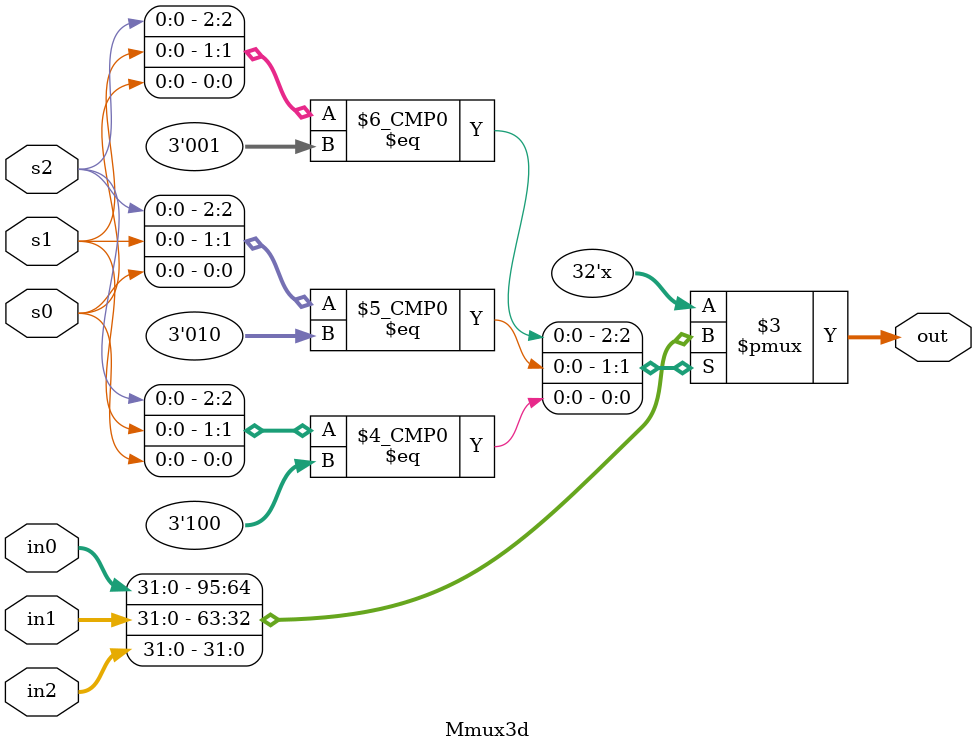
<source format=v>
module Mmux3d (out, in0, s0, in1, s1, in2, s2);
parameter bits = 32;	
output [bits-1:0] out;
input [bits-1:0] in0, in1, in2;
input s0, s1, s2;
	reg [bits-1:0] out;
	always @ (s0 or s1 or s2 or in0 or in1 or in2) begin
		case ({s2, s1, s0})	
			3'b001:		out = in0;
			3'b010:		out = in1;
			3'b100:		out = in2;
			default:	out = 65'hx;
		endcase
	end
endmodule
</source>
